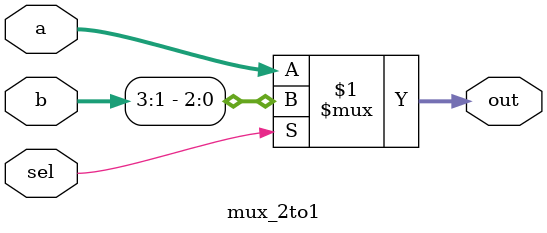
<source format=v>
module mux_2to1(
    input [2:0] a,
    input [3:0] b,
    input [0:0] sel,
    output [2:0] out
);
    assign out = sel[0] ? b[3:1] : a;
endmodule

</source>
